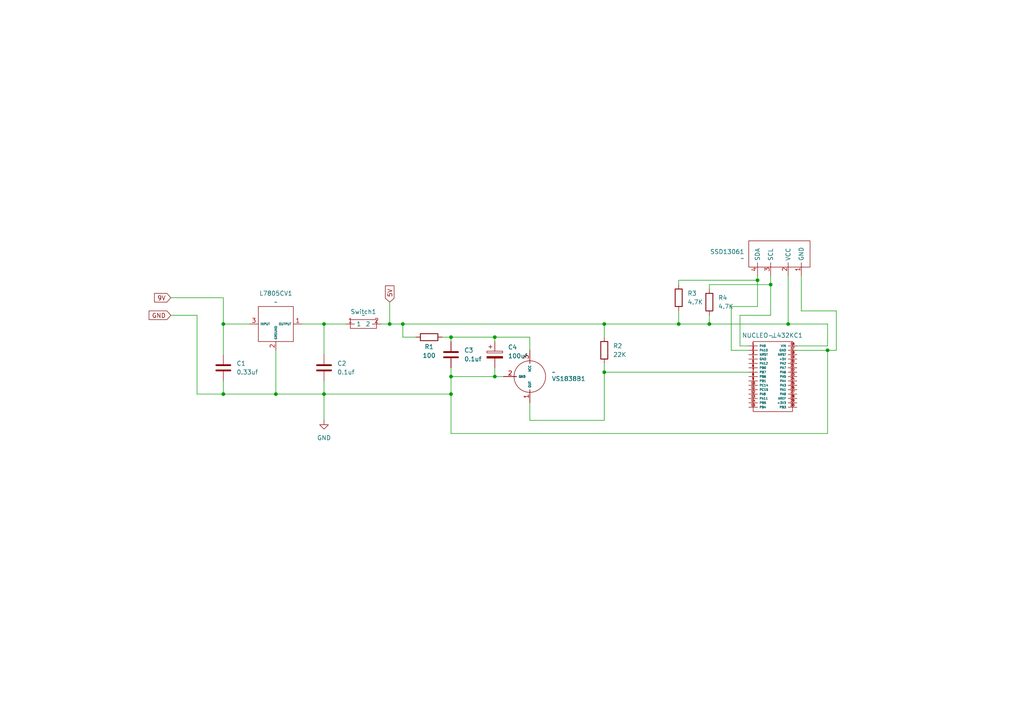
<source format=kicad_sch>
(kicad_sch (version 20231120) (generator "eeschema") (generator_version "8.0")
  (paper "A4")
  (lib_symbols
    (symbol "Custom_ICs:L7805CV"
      (property "Reference" "L7805CV" (at 0 3.556 0))
      (symbol "L7805CV_0_1"
        (rectangle (start -5.08 5.08) (end 5.08 -5.08))
      )
      (symbol "L7805CV_1_1"
        (pin power_out line (at 7.62 0 180) (length 2.54) (name "OUTPUT") (number "1"))
        (pin power_out line (at 0 -7.62 90) (length 2.54) (name "GROUND") (number "2"))
        (pin power_in line (at -7.62 0 0) (length 2.54) (name "INPUT") (number "3"))
      )
    )
    (symbol "Custom_ICs:NUCLEO-L432KC"
      (property "Reference" "NUCLEO-L432KC" (at 7.112 1.27 0))
      (symbol "NUCLEO-L432KC_0_1"
        (rectangle (start 1.27 -1.27) (end 12.7 -21.59))
      )
      (symbol "NUCLEO-L432KC_1_1"
        (pin bidirectional line (at 0 -2.54 0) (length 2.54) (name "PA9") (number "1"))
        (pin bidirectional line (at 0 -13.97 0) (length 2.54) (name "PC14") (number "10"))
        (pin bidirectional line (at 0 -15.24 0) (length 2.54) (name "PC15") (number "11"))
        (pin bidirectional line (at 0 -16.51 0) (length 2.54) (name "PA8") (number "12"))
        (pin bidirectional line (at 0 -17.78 0) (length 2.54) (name "PA11") (number "13"))
        (pin bidirectional line (at 0 -19.05 0) (length 2.54) (name "PB5") (number "14"))
        (pin bidirectional line (at 0 -20.32 0) (length 2.54) (name "PB4") (number "15"))
        (pin power_in line (at 13.97 -2.54 180) (length 2.54) (name "VIN") (number "16"))
        (pin power_in line (at 13.97 -3.81 180) (length 2.54) (name "GND") (number "17"))
        (pin input line (at 13.97 -5.08 180) (length 2.54) (name "NRST") (number "18"))
        (pin power_out line (at 13.97 -6.35 180) (length 2.54) (name "+5V") (number "19"))
        (pin bidirectional line (at 0 -3.81 0) (length 2.54) (name "PA10") (number "2"))
        (pin bidirectional line (at 13.97 -7.62 180) (length 2.54) (name "PA2") (number "20"))
        (pin bidirectional line (at 13.97 -8.89 180) (length 2.54) (name "PA7") (number "21"))
        (pin bidirectional line (at 13.97 -10.16 180) (length 2.54) (name "PA6") (number "22"))
        (pin bidirectional line (at 13.97 -11.43 180) (length 2.54) (name "PA5") (number "23"))
        (pin bidirectional line (at 13.97 -12.7 180) (length 2.54) (name "PA4") (number "24"))
        (pin bidirectional line (at 13.97 -13.97 180) (length 2.54) (name "PA3") (number "25"))
        (pin bidirectional line (at 13.97 -15.24 180) (length 2.54) (name "PA1") (number "26"))
        (pin bidirectional line (at 13.97 -16.51 180) (length 2.54) (name "PA0") (number "27"))
        (pin input line (at 13.97 -17.78 180) (length 2.54) (name "AREF") (number "28"))
        (pin power_out line (at 13.97 -19.05 180) (length 2.54) (name "+3V3") (number "29"))
        (pin input line (at 0 -5.08 0) (length 2.54) (name "NRST") (number "3"))
        (pin bidirectional line (at 13.97 -20.32 180) (length 2.54) (name "PB3") (number "30"))
        (pin power_in line (at 0 -6.35 0) (length 2.54) (name "GND") (number "4"))
        (pin bidirectional line (at 0 -7.62 0) (length 2.54) (name "PA12") (number "5"))
        (pin bidirectional line (at 0 -8.89 0) (length 2.54) (name "PB0") (number "6"))
        (pin bidirectional line (at 0 -10.16 0) (length 2.54) (name "PB7") (number "7"))
        (pin bidirectional line (at 0 -11.43 0) (length 2.54) (name "PB6") (number "8"))
        (pin bidirectional line (at 0 -12.7 0) (length 2.54) (name "PB1") (number "9"))
      )
    )
    (symbol "Custom_ICs:Power_switch"
      (property "Reference" "Switch" (at 0.254 3.048 0))
      (symbol "Power_switch_0_1"
        (rectangle (start -3.81 1.27) (end 3.81 -1.27))
      )
      (symbol "Power_switch_1_1"
        (pin power_in line (at -5.08 0 0) (length 2.54) (name "1") (number "1"))
        (pin power_out line (at 5.08 0 180) (length 2.54) (name "2") (number "2"))
      )
    )
    (symbol "Custom_ICs:SSD1306"
      (property "Reference" "SSD1306" (at -0.254 6.604 0))
      (symbol "SSD1306_0_1"
        (rectangle (start -8.89 0) (end 8.89 7.62))
      )
      (symbol "SSD1306_1_1"
        (pin power_in line (at -6.35 -2.54 90) (length 3.81) (name "GND") (number "1"))
        (pin power_in line (at -2.54 -2.54 90) (length 3.81) (name "VCC") (number "2"))
        (pin input line (at 2.54 -2.54 90) (length 3.81) (name "SCL") (number "3"))
        (pin input line (at 6.35 -2.54 90) (length 3.81) (name "SDA") (number "4"))
      )
    )
    (symbol "Custom_ICs:VS1838B"
      (property "Reference" "VS1838B" (at 0 6.096 0))
      (symbol "VS1838B_0_1"
        (circle (center 0 0) (radius 4.5791))
      )
      (symbol "VS1838B_1_1"
        (pin output line (at -7.62 0 0) (length 3.81) (name "OUT") (number "1"))
        (pin power_in line (at 0 -7.62 90) (length 3.81) (name "GND") (number "2"))
        (pin power_in line (at 7.62 0 180) (length 3.81) (name "VCC") (number "3"))
      )
    )
    (symbol "Device:C" (pin_numbers hide) (pin_names (offset 0.254))
      (property "Reference" "C" (at 0.635 2.54 0))
      (property "Value" "C" (at 0.635 -2.54 0))
      (symbol "C_0_1"
        (polyline (pts (xy -2.032 -0.762) (xy 2.032 -0.762)) (stroke (width 0.508)))
        (polyline (pts (xy -2.032 0.762) (xy 2.032 0.762)) (stroke (width 0.508)))
      )
      (symbol "C_1_1"
        (pin passive line (at 0 3.81 270) (length 2.794) (name "~") (number "1"))
        (pin passive line (at 0 -3.81 90) (length 2.794) (name "~") (number "2"))
      )
    )
    (symbol "Device:C_Polarized" (pin_numbers hide) (pin_names (offset 0.254))
      (property "Reference" "C" (at 0.635 2.54 0))
      (property "Value" "C_Polarized" (at 0.635 -2.54 0))
      (symbol "C_Polarized_0_1"
        (rectangle (start -2.286 0.508) (end 2.286 1.016))
        (polyline (pts (xy -1.778 2.286) (xy -0.762 2.286)))
        (polyline (pts (xy -1.27 2.794) (xy -1.27 1.778)))
        (rectangle (start 2.286 -0.508) (end -2.286 -1.016) (fill (type outline)))
      )
      (symbol "C_Polarized_1_1"
        (pin passive line (at 0 3.81 270) (length 2.794) (name "~") (number "1"))
        (pin passive line (at 0 -3.81 90) (length 2.794) (name "~") (number "2"))
      )
    )
    (symbol "Device:R" (pin_numbers hide) (pin_names (offset 0))
      (property "Reference" "R" (at 2.032 0 90))
      (property "Value" "R" (at 0 0 90))
      (symbol "R_0_1"
        (rectangle (start -1.016 -2.54) (end 1.016 2.54) (stroke (width 0.254)))
      )
      (symbol "R_1_1"
        (pin passive line (at 0 3.81 270) (length 1.27) (name "~") (number "1"))
        (pin passive line (at 0 -3.81 90) (length 1.27) (name "~") (number "2"))
      )
    )
    (symbol "power:GND" (power) (pin_numbers hide) (pin_names (offset 0) hide)
      (property "Value" "GND" (at 0 -3.81 0))
      (symbol "GND_0_1"
        (polyline (pts (xy 0 0) (xy 0 -1.27) (xy 1.27 -1.27) (xy 0 -2.54) (xy -1.27 -1.27) (xy 0 -1.27)))
      )
      (symbol "GND_1_1"
        (pin power_in line (at 0 0 270) (length 0) (name "~") (number "1"))
      )
    )
  )
  (junction (at 143.51 109.22))
  (junction (at 64.77 93.98))
  (junction (at 219.71 81.28))
  (junction (at 143.51 97.79))
  (junction (at 196.85 93.98))
  (junction (at 223.52 82.55))
  (junction (at 130.81 114.3))
  (junction (at 64.77 114.3))
  (junction (at 93.98 93.98))
  (junction (at 93.98 114.3))
  (junction (at 228.6 93.98))
  (junction (at 205.74 93.98))
  (junction (at 116.84 93.98))
  (junction (at 80.01 114.3))
  (junction (at 175.26 93.98))
  (junction (at 175.26 107.95))
  (junction (at 240.03 101.6))
  (junction (at 113.03 93.98))
  (junction (at 130.81 97.79))
  (junction (at 130.81 109.22))
  (wire (pts (xy 87.63 93.98) (xy 93.98 93.98)))
  (wire (pts (xy 120.65 97.79) (xy 116.84 97.79)))
  (wire (pts (xy 205.74 91.44) (xy 205.74 93.98)))
  (wire (pts (xy 130.81 106.68) (xy 130.81 109.22)))
  (wire (pts (xy 175.26 97.79) (xy 175.26 93.98)))
  (wire (pts (xy 231.14 101.6) (xy 240.03 101.6)))
  (wire (pts (xy 93.98 93.98) (xy 93.98 102.87)))
  (wire (pts (xy 130.81 97.79) (xy 130.81 99.06)))
  (wire (pts (xy 175.26 121.92) (xy 153.67 121.92)))
  (wire (pts (xy 57.15 114.3) (xy 64.77 114.3)))
  (wire (pts (xy 93.98 114.3) (xy 80.01 114.3)))
  (wire (pts (xy 110.49 93.98) (xy 113.03 93.98)))
  (wire (pts (xy 223.52 91.44) (xy 223.52 82.55)))
  (wire (pts (xy 205.74 83.82) (xy 205.74 82.55)))
  (wire (pts (xy 219.71 88.9) (xy 212.09 88.9)))
  (wire (pts (xy 113.03 87.63) (xy 113.03 93.98)))
  (wire (pts (xy 146.05 109.22) (xy 143.51 109.22)))
  (wire (pts (xy 212.09 88.9) (xy 212.09 101.6)))
  (wire (pts (xy 175.26 107.95) (xy 217.17 107.95)))
  (wire (pts (xy 219.71 81.28) (xy 219.71 88.9)))
  (wire (pts (xy 219.71 80.01) (xy 219.71 81.28)))
  (wire (pts (xy 116.84 97.79) (xy 116.84 93.98)))
  (wire (pts (xy 130.81 114.3) (xy 130.81 109.22)))
  (wire (pts (xy 113.03 93.98) (xy 116.84 93.98)))
  (wire (pts (xy 196.85 90.17) (xy 196.85 93.98)))
  (wire (pts (xy 93.98 110.49) (xy 93.98 114.3)))
  (wire (pts (xy 116.84 93.98) (xy 175.26 93.98)))
  (wire (pts (xy 93.98 93.98) (xy 100.33 93.98)))
  (wire (pts (xy 205.74 93.98) (xy 228.6 93.98)))
  (wire (pts (xy 153.67 121.92) (xy 153.67 116.84)))
  (wire (pts (xy 72.39 93.98) (xy 64.77 93.98)))
  (wire (pts (xy 57.15 91.44) (xy 49.53 91.44)))
  (wire (pts (xy 175.26 107.95) (xy 175.26 121.92)))
  (wire (pts (xy 130.81 125.73) (xy 130.81 114.3)))
  (wire (pts (xy 205.74 82.55) (xy 223.52 82.55)))
  (wire (pts (xy 128.27 97.79) (xy 130.81 97.79)))
  (wire (pts (xy 80.01 101.6) (xy 80.01 114.3)))
  (wire (pts (xy 93.98 114.3) (xy 130.81 114.3)))
  (wire (pts (xy 143.51 109.22) (xy 143.51 106.68)))
  (wire (pts (xy 214.63 100.33) (xy 214.63 91.44)))
  (wire (pts (xy 242.57 101.6) (xy 240.03 101.6)))
  (wire (pts (xy 217.17 100.33) (xy 214.63 100.33)))
  (wire (pts (xy 232.41 90.17) (xy 242.57 90.17)))
  (wire (pts (xy 64.77 93.98) (xy 64.77 102.87)))
  (wire (pts (xy 130.81 125.73) (xy 240.03 125.73)))
  (wire (pts (xy 212.09 101.6) (xy 217.17 101.6)))
  (wire (pts (xy 130.81 97.79) (xy 143.51 97.79)))
  (wire (pts (xy 130.81 109.22) (xy 143.51 109.22)))
  (wire (pts (xy 240.03 100.33) (xy 240.03 93.98)))
  (wire (pts (xy 175.26 105.41) (xy 175.26 107.95)))
  (wire (pts (xy 143.51 97.79) (xy 143.51 99.06)))
  (wire (pts (xy 214.63 91.44) (xy 223.52 91.44)))
  (wire (pts (xy 57.15 91.44) (xy 57.15 114.3)))
  (wire (pts (xy 228.6 80.01) (xy 228.6 93.98)))
  (wire (pts (xy 49.53 86.36) (xy 64.77 86.36)))
  (wire (pts (xy 196.85 93.98) (xy 205.74 93.98)))
  (wire (pts (xy 64.77 86.36) (xy 64.77 93.98)))
  (wire (pts (xy 64.77 114.3) (xy 64.77 110.49)))
  (wire (pts (xy 196.85 82.55) (xy 196.85 81.28)))
  (wire (pts (xy 228.6 93.98) (xy 240.03 93.98)))
  (wire (pts (xy 143.51 97.79) (xy 153.67 97.79)))
  (wire (pts (xy 242.57 90.17) (xy 242.57 101.6)))
  (wire (pts (xy 231.14 100.33) (xy 240.03 100.33)))
  (wire (pts (xy 175.26 93.98) (xy 196.85 93.98)))
  (wire (pts (xy 153.67 97.79) (xy 153.67 101.6)))
  (wire (pts (xy 232.41 80.01) (xy 232.41 90.17)))
  (wire (pts (xy 93.98 114.3) (xy 93.98 121.92)))
  (wire (pts (xy 80.01 114.3) (xy 64.77 114.3)))
  (wire (pts (xy 223.52 82.55) (xy 223.52 80.01)))
  (wire (pts (xy 240.03 101.6) (xy 240.03 125.73)))
  (wire (pts (xy 196.85 81.28) (xy 219.71 81.28)))
  (global_label "GND" (shape input) (at 49.53 91.44 180) (property "Intersheetrefs" "${INTERSHEET_REFS}" (effects (hide yes))))
  (global_label "9V" (shape input) (at 49.53 86.36 180) (property "Intersheetrefs" "${INTERSHEET_REFS}" (effects (hide yes))))
  (global_label "5V" (shape input) (at 113.03 87.63 90) (property "Intersheetrefs" "${INTERSHEET_REFS}" (effects (hide yes))))
  (symbol (lib_id "Custom_ICs:L7805CV") (at 80.01 93.98 0) (unit 1)
    (property "Reference" "L7805CV1" (at 80.01 85.09 0))
    (property "Value" "~" (at 80.01 87.63 0))
    (property "Footprint" "Package_TO_SOT_THT:TO-220-3_Horizontal_TabDown" (effects (hide yes)))
    (property "Description" "5V Regulator" (effects (hide yes)))
  )
  (symbol (lib_id "Custom_ICs:Power_switch") (at 105.41 93.98 0) (unit 1)
    (property "Reference" "Switch1" (at 105.41 90.424 0))
    (property "Value" "~" (at 105.41 91.44 0))
    (property "Footprint" "Custom_Footprints:Split_with_pads" (effects (hide yes)))
  )
  (symbol (lib_id "power:GND") (at 93.98 121.92 0) (unit 1)
    (property "Reference" "#PWR01" (effects (hide yes)))
    (property "Value" "GND" (at 93.98 127 0))
    (property "Description" "Power symbol creates a global label with name \"GND\" , ground" (effects (hide yes)))
  )
  (symbol (lib_id "Device:C") (at 64.77 106.68 0) (unit 1)
    (property "Reference" "C1" (at 68.58 105.4099 0) (effects (justify left)))
    (property "Value" "0.33uf" (at 68.58 107.9499 0) (effects (justify left)))
    (property "Footprint" "Capacitor_THT:C_Disc_D4.3mm_W1.9mm_P5.00mm" (effects (hide yes)))
    (property "Description" "Unpolarized capacitor" (effects (hide yes)))
  )
  (symbol (lib_id "Custom_ICs:NUCLEO-L432KC") (at 217.17 97.79 0) (unit 1)
    (property "Reference" "NUCLEO-L432KC1" (at 224.028 97.282 0))
    (property "Value" "~" (at 224.155 97.79 0))
    (property "Footprint" "Custom_Footprints:STM_Nucleo_Nano" (effects (hide yes)))
  )
  (symbol (lib_id "Device:C") (at 130.81 102.87 0) (unit 1)
    (property "Reference" "C3" (at 134.62 101.5999 0) (effects (justify left)))
    (property "Value" "0.1uf" (at 134.62 104.1399 0) (effects (justify left)))
    (property "Footprint" "Capacitor_THT:C_Disc_D5.0mm_W2.5mm_P2.50mm" (effects (hide yes)))
    (property "Description" "Unpolarized capacitor" (effects (hide yes)))
  )
  (symbol (lib_id "Device:R") (at 205.74 87.63 0) (unit 1)
    (property "Reference" "R4" (at 208.28 86.3599 0) (effects (justify left)))
    (property "Value" "4.7K" (at 208.28 88.8999 0) (effects (justify left)))
    (property "Footprint" "Resistor_THT:R_Axial_DIN0204_L3.6mm_D1.6mm_P7.62mm_Horizontal" (effects (hide yes)))
    (property "Description" "Resistor" (effects (hide yes)))
  )
  (symbol (lib_id "Device:R") (at 196.85 86.36 0) (unit 1)
    (property "Reference" "R3" (at 199.39 85.0899 0) (effects (justify left)))
    (property "Value" "4.7K" (at 199.39 87.6299 0) (effects (justify left)))
    (property "Footprint" "Resistor_THT:R_Axial_DIN0204_L3.6mm_D1.6mm_P7.62mm_Horizontal" (effects (hide yes)))
    (property "Description" "Resistor" (effects (hide yes)))
  )
  (symbol (lib_id "Custom_ICs:VS1838B") (at 153.67 109.22 270) (mirror x) (unit 1)
    (property "Reference" "VS1838B1" (at 160.02 109.8551 90) (effects (justify left)))
    (property "Value" "~" (at 160.02 107.95 90) (effects (justify left)))
    (property "Footprint" "Custom_Footprints:Radial-3" (effects (hide yes)))
  )
  (symbol (lib_id "Device:C") (at 93.98 106.68 0) (unit 1)
    (property "Reference" "C2" (at 97.79 105.4099 0) (effects (justify left)))
    (property "Value" "0.1uf" (at 97.79 107.9499 0) (effects (justify left)))
    (property "Footprint" "Capacitor_THT:C_Disc_D5.0mm_W2.5mm_P2.50mm" (effects (hide yes)))
    (property "Description" "Unpolarized capacitor" (effects (hide yes)))
  )
  (symbol (lib_id "Device:R") (at 124.46 97.79 90) (unit 1)
    (property "Reference" "R1" (at 124.46 100.584 90))
    (property "Value" "100" (at 124.46 103.124 90))
    (property "Footprint" "Resistor_THT:R_Axial_DIN0207_L6.3mm_D2.5mm_P10.16mm_Horizontal" (effects (hide yes)))
    (property "Description" "Resistor" (effects (hide yes)))
  )
  (symbol (lib_id "Custom_ICs:SSD1306") (at 226.06 77.47 0) (mirror y) (unit 1)
    (property "Reference" "SSD13061" (at 215.9 73.0249 0) (effects (justify left)))
    (property "Value" "~" (at 215.9 74.93 0) (effects (justify left)))
    (property "Footprint" "Custom_Footprints:SSD1306" (effects (hide yes)))
  )
  (symbol (lib_id "Device:R") (at 175.26 101.6 0) (unit 1)
    (property "Reference" "R2" (at 177.8 100.3299 0) (effects (justify left)))
    (property "Value" "22K" (at 177.8 102.8699 0) (effects (justify left)))
    (property "Footprint" "Resistor_THT:R_Axial_DIN0204_L3.6mm_D1.6mm_P7.62mm_Horizontal" (effects (hide yes)))
    (property "Description" "Resistor" (effects (hide yes)))
  )
  (symbol (lib_id "Device:C_Polarized") (at 143.51 102.87 0) (unit 1)
    (property "Reference" "C4" (at 147.32 100.7109 0) (effects (justify left)))
    (property "Value" "100uf" (at 147.32 103.2509 0) (effects (justify left)))
    (property "Footprint" "Capacitor_THT:CP_Radial_D8.0mm_P3.50mm" (effects (hide yes)))
    (property "Description" "Polarized capacitor" (effects (hide yes)))
  )
)
</source>
